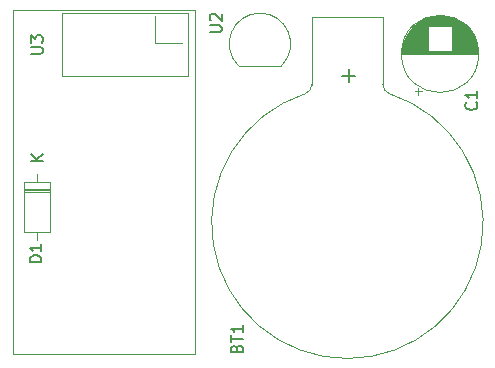
<source format=gto>
G04 #@! TF.GenerationSoftware,KiCad,Pcbnew,5.0.0*
G04 #@! TF.CreationDate,2018-09-22T16:21:52+03:00*
G04 #@! TF.ProjectId,hamster-attiny85,68616D737465722D617474696E793835,rev?*
G04 #@! TF.SameCoordinates,Original*
G04 #@! TF.FileFunction,Legend,Top*
G04 #@! TF.FilePolarity,Positive*
%FSLAX46Y46*%
G04 Gerber Fmt 4.6, Leading zero omitted, Abs format (unit mm)*
G04 Created by KiCad (PCBNEW 5.0.0) date Sat Sep 22 16:21:52 2018*
%MOMM*%
%LPD*%
G01*
G04 APERTURE LIST*
%ADD10C,0.120000*%
%ADD11C,0.150000*%
G04 APERTURE END LIST*
D10*
G04 #@! TO.C,C1*
X143170000Y-92000000D02*
G75*
G03X143170000Y-92000000I-3270000J0D01*
G01*
X136670000Y-92000000D02*
X143130000Y-92000000D01*
X136670000Y-91960000D02*
X143130000Y-91960000D01*
X136670000Y-91920000D02*
X143130000Y-91920000D01*
X136672000Y-91880000D02*
X143128000Y-91880000D01*
X136673000Y-91840000D02*
X143127000Y-91840000D01*
X136676000Y-91800000D02*
X143124000Y-91800000D01*
X136678000Y-91760000D02*
X138860000Y-91760000D01*
X140940000Y-91760000D02*
X143122000Y-91760000D01*
X136682000Y-91720000D02*
X138860000Y-91720000D01*
X140940000Y-91720000D02*
X143118000Y-91720000D01*
X136685000Y-91680000D02*
X138860000Y-91680000D01*
X140940000Y-91680000D02*
X143115000Y-91680000D01*
X136689000Y-91640000D02*
X138860000Y-91640000D01*
X140940000Y-91640000D02*
X143111000Y-91640000D01*
X136694000Y-91600000D02*
X138860000Y-91600000D01*
X140940000Y-91600000D02*
X143106000Y-91600000D01*
X136699000Y-91560000D02*
X138860000Y-91560000D01*
X140940000Y-91560000D02*
X143101000Y-91560000D01*
X136705000Y-91520000D02*
X138860000Y-91520000D01*
X140940000Y-91520000D02*
X143095000Y-91520000D01*
X136711000Y-91480000D02*
X138860000Y-91480000D01*
X140940000Y-91480000D02*
X143089000Y-91480000D01*
X136718000Y-91440000D02*
X138860000Y-91440000D01*
X140940000Y-91440000D02*
X143082000Y-91440000D01*
X136725000Y-91400000D02*
X138860000Y-91400000D01*
X140940000Y-91400000D02*
X143075000Y-91400000D01*
X136733000Y-91360000D02*
X138860000Y-91360000D01*
X140940000Y-91360000D02*
X143067000Y-91360000D01*
X136741000Y-91320000D02*
X138860000Y-91320000D01*
X140940000Y-91320000D02*
X143059000Y-91320000D01*
X136750000Y-91279000D02*
X138860000Y-91279000D01*
X140940000Y-91279000D02*
X143050000Y-91279000D01*
X136759000Y-91239000D02*
X138860000Y-91239000D01*
X140940000Y-91239000D02*
X143041000Y-91239000D01*
X136769000Y-91199000D02*
X138860000Y-91199000D01*
X140940000Y-91199000D02*
X143031000Y-91199000D01*
X136779000Y-91159000D02*
X138860000Y-91159000D01*
X140940000Y-91159000D02*
X143021000Y-91159000D01*
X136790000Y-91119000D02*
X138860000Y-91119000D01*
X140940000Y-91119000D02*
X143010000Y-91119000D01*
X136802000Y-91079000D02*
X138860000Y-91079000D01*
X140940000Y-91079000D02*
X142998000Y-91079000D01*
X136814000Y-91039000D02*
X138860000Y-91039000D01*
X140940000Y-91039000D02*
X142986000Y-91039000D01*
X136826000Y-90999000D02*
X138860000Y-90999000D01*
X140940000Y-90999000D02*
X142974000Y-90999000D01*
X136839000Y-90959000D02*
X138860000Y-90959000D01*
X140940000Y-90959000D02*
X142961000Y-90959000D01*
X136853000Y-90919000D02*
X138860000Y-90919000D01*
X140940000Y-90919000D02*
X142947000Y-90919000D01*
X136867000Y-90879000D02*
X138860000Y-90879000D01*
X140940000Y-90879000D02*
X142933000Y-90879000D01*
X136882000Y-90839000D02*
X138860000Y-90839000D01*
X140940000Y-90839000D02*
X142918000Y-90839000D01*
X136898000Y-90799000D02*
X138860000Y-90799000D01*
X140940000Y-90799000D02*
X142902000Y-90799000D01*
X136914000Y-90759000D02*
X138860000Y-90759000D01*
X140940000Y-90759000D02*
X142886000Y-90759000D01*
X136930000Y-90719000D02*
X138860000Y-90719000D01*
X140940000Y-90719000D02*
X142870000Y-90719000D01*
X136948000Y-90679000D02*
X138860000Y-90679000D01*
X140940000Y-90679000D02*
X142852000Y-90679000D01*
X136966000Y-90639000D02*
X138860000Y-90639000D01*
X140940000Y-90639000D02*
X142834000Y-90639000D01*
X136984000Y-90599000D02*
X138860000Y-90599000D01*
X140940000Y-90599000D02*
X142816000Y-90599000D01*
X137004000Y-90559000D02*
X138860000Y-90559000D01*
X140940000Y-90559000D02*
X142796000Y-90559000D01*
X137024000Y-90519000D02*
X138860000Y-90519000D01*
X140940000Y-90519000D02*
X142776000Y-90519000D01*
X137044000Y-90479000D02*
X138860000Y-90479000D01*
X140940000Y-90479000D02*
X142756000Y-90479000D01*
X137066000Y-90439000D02*
X138860000Y-90439000D01*
X140940000Y-90439000D02*
X142734000Y-90439000D01*
X137088000Y-90399000D02*
X138860000Y-90399000D01*
X140940000Y-90399000D02*
X142712000Y-90399000D01*
X137110000Y-90359000D02*
X138860000Y-90359000D01*
X140940000Y-90359000D02*
X142690000Y-90359000D01*
X137134000Y-90319000D02*
X138860000Y-90319000D01*
X140940000Y-90319000D02*
X142666000Y-90319000D01*
X137158000Y-90279000D02*
X138860000Y-90279000D01*
X140940000Y-90279000D02*
X142642000Y-90279000D01*
X137184000Y-90239000D02*
X138860000Y-90239000D01*
X140940000Y-90239000D02*
X142616000Y-90239000D01*
X137210000Y-90199000D02*
X138860000Y-90199000D01*
X140940000Y-90199000D02*
X142590000Y-90199000D01*
X137236000Y-90159000D02*
X138860000Y-90159000D01*
X140940000Y-90159000D02*
X142564000Y-90159000D01*
X137264000Y-90119000D02*
X138860000Y-90119000D01*
X140940000Y-90119000D02*
X142536000Y-90119000D01*
X137293000Y-90079000D02*
X138860000Y-90079000D01*
X140940000Y-90079000D02*
X142507000Y-90079000D01*
X137322000Y-90039000D02*
X138860000Y-90039000D01*
X140940000Y-90039000D02*
X142478000Y-90039000D01*
X137352000Y-89999000D02*
X138860000Y-89999000D01*
X140940000Y-89999000D02*
X142448000Y-89999000D01*
X137384000Y-89959000D02*
X138860000Y-89959000D01*
X140940000Y-89959000D02*
X142416000Y-89959000D01*
X137416000Y-89919000D02*
X138860000Y-89919000D01*
X140940000Y-89919000D02*
X142384000Y-89919000D01*
X137450000Y-89879000D02*
X138860000Y-89879000D01*
X140940000Y-89879000D02*
X142350000Y-89879000D01*
X137484000Y-89839000D02*
X138860000Y-89839000D01*
X140940000Y-89839000D02*
X142316000Y-89839000D01*
X137520000Y-89799000D02*
X138860000Y-89799000D01*
X140940000Y-89799000D02*
X142280000Y-89799000D01*
X137557000Y-89759000D02*
X138860000Y-89759000D01*
X140940000Y-89759000D02*
X142243000Y-89759000D01*
X137595000Y-89719000D02*
X138860000Y-89719000D01*
X140940000Y-89719000D02*
X142205000Y-89719000D01*
X137635000Y-89679000D02*
X142165000Y-89679000D01*
X137676000Y-89639000D02*
X142124000Y-89639000D01*
X137718000Y-89599000D02*
X142082000Y-89599000D01*
X137763000Y-89559000D02*
X142037000Y-89559000D01*
X137808000Y-89519000D02*
X141992000Y-89519000D01*
X137856000Y-89479000D02*
X141944000Y-89479000D01*
X137905000Y-89439000D02*
X141895000Y-89439000D01*
X137956000Y-89399000D02*
X141844000Y-89399000D01*
X138010000Y-89359000D02*
X141790000Y-89359000D01*
X138066000Y-89319000D02*
X141734000Y-89319000D01*
X138124000Y-89279000D02*
X141676000Y-89279000D01*
X138186000Y-89239000D02*
X141614000Y-89239000D01*
X138250000Y-89199000D02*
X141550000Y-89199000D01*
X138319000Y-89159000D02*
X141481000Y-89159000D01*
X138391000Y-89119000D02*
X141409000Y-89119000D01*
X138468000Y-89079000D02*
X141332000Y-89079000D01*
X138550000Y-89039000D02*
X141250000Y-89039000D01*
X138638000Y-88999000D02*
X141162000Y-88999000D01*
X138735000Y-88959000D02*
X141065000Y-88959000D01*
X138841000Y-88919000D02*
X140959000Y-88919000D01*
X138960000Y-88879000D02*
X140840000Y-88879000D01*
X139098000Y-88839000D02*
X140702000Y-88839000D01*
X139267000Y-88799000D02*
X140533000Y-88799000D01*
X139498000Y-88759000D02*
X140302000Y-88759000D01*
X138061000Y-95500241D02*
X138061000Y-94870241D01*
X137746000Y-95185241D02*
X138376000Y-95185241D01*
G04 #@! TO.C,BT1*
X132095281Y-117795671D02*
G75*
G02X128550000Y-95350000I-45281J11495671D01*
G01*
X128523616Y-95351754D02*
G75*
G03X129050000Y-94600000I-273616J751754D01*
G01*
X132004719Y-117795671D02*
G75*
G03X135550000Y-95350000I45281J11495671D01*
G01*
X135576384Y-95351754D02*
G75*
G02X135050000Y-94600000I273616J751754D01*
G01*
X135050000Y-88900000D02*
X135050000Y-94600000D01*
X129050000Y-88900000D02*
X135050000Y-88900000D01*
X129050000Y-88900000D02*
X129050000Y-94600000D01*
G04 #@! TO.C,D1*
X106870000Y-102840000D02*
X104630000Y-102840000D01*
X104630000Y-102840000D02*
X104630000Y-107080000D01*
X104630000Y-107080000D02*
X106870000Y-107080000D01*
X106870000Y-107080000D02*
X106870000Y-102840000D01*
X105750000Y-102190000D02*
X105750000Y-102840000D01*
X105750000Y-107730000D02*
X105750000Y-107080000D01*
X106870000Y-103560000D02*
X104630000Y-103560000D01*
X106870000Y-103680000D02*
X104630000Y-103680000D01*
X106870000Y-103440000D02*
X104630000Y-103440000D01*
G04 #@! TO.C,U2*
X122850000Y-93000000D02*
X126450000Y-93000000D01*
X122811522Y-92988478D02*
G75*
G02X124650000Y-88550000I1838478J1838478D01*
G01*
X126488478Y-92988478D02*
G75*
G03X124650000Y-88550000I-1838478J1838478D01*
G01*
G04 #@! TO.C,U3*
X118574000Y-88580000D02*
X118574000Y-93914000D01*
X118574000Y-93914000D02*
X107906000Y-93914000D01*
X107906000Y-93914000D02*
X107906000Y-88580000D01*
X107906000Y-88580000D02*
X107906000Y-88580000D01*
X118066000Y-91120000D02*
X115780000Y-91120000D01*
X115780000Y-91120000D02*
X115780000Y-88834000D01*
X115780000Y-88834000D02*
X115780000Y-88834000D01*
X119150000Y-88250000D02*
X119150000Y-117450000D01*
X119150000Y-117450000D02*
X103700000Y-117450000D01*
X103700000Y-117450000D02*
X103700000Y-88250000D01*
X103700000Y-88250000D02*
X119150000Y-88250000D01*
X119150000Y-88250000D02*
X119150000Y-88250000D01*
X107906000Y-88580000D02*
X118574000Y-88580000D01*
X118574000Y-88580000D02*
X118574000Y-88580000D01*
G04 #@! TO.C,C1*
D11*
X142957142Y-96116666D02*
X143004761Y-96164285D01*
X143052380Y-96307142D01*
X143052380Y-96402380D01*
X143004761Y-96545238D01*
X142909523Y-96640476D01*
X142814285Y-96688095D01*
X142623809Y-96735714D01*
X142480952Y-96735714D01*
X142290476Y-96688095D01*
X142195238Y-96640476D01*
X142100000Y-96545238D01*
X142052380Y-96402380D01*
X142052380Y-96307142D01*
X142100000Y-96164285D01*
X142147619Y-96116666D01*
X143052380Y-95164285D02*
X143052380Y-95735714D01*
X143052380Y-95450000D02*
X142052380Y-95450000D01*
X142195238Y-95545238D01*
X142290476Y-95640476D01*
X142338095Y-95735714D01*
G04 #@! TO.C,BT1*
X122678571Y-116935714D02*
X122726190Y-116792857D01*
X122773809Y-116745238D01*
X122869047Y-116697619D01*
X123011904Y-116697619D01*
X123107142Y-116745238D01*
X123154761Y-116792857D01*
X123202380Y-116888095D01*
X123202380Y-117269047D01*
X122202380Y-117269047D01*
X122202380Y-116935714D01*
X122250000Y-116840476D01*
X122297619Y-116792857D01*
X122392857Y-116745238D01*
X122488095Y-116745238D01*
X122583333Y-116792857D01*
X122630952Y-116840476D01*
X122678571Y-116935714D01*
X122678571Y-117269047D01*
X122202380Y-116411904D02*
X122202380Y-115840476D01*
X123202380Y-116126190D02*
X122202380Y-116126190D01*
X123202380Y-114983333D02*
X123202380Y-115554761D01*
X123202380Y-115269047D02*
X122202380Y-115269047D01*
X122345238Y-115364285D01*
X122440476Y-115459523D01*
X122488095Y-115554761D01*
X132157142Y-94421428D02*
X132157142Y-93278571D01*
X132728571Y-93850000D02*
X131585714Y-93850000D01*
G04 #@! TO.C,D1*
X106152380Y-109638095D02*
X105152380Y-109638095D01*
X105152380Y-109400000D01*
X105200000Y-109257142D01*
X105295238Y-109161904D01*
X105390476Y-109114285D01*
X105580952Y-109066666D01*
X105723809Y-109066666D01*
X105914285Y-109114285D01*
X106009523Y-109161904D01*
X106104761Y-109257142D01*
X106152380Y-109400000D01*
X106152380Y-109638095D01*
X106152380Y-108114285D02*
X106152380Y-108685714D01*
X106152380Y-108400000D02*
X105152380Y-108400000D01*
X105295238Y-108495238D01*
X105390476Y-108590476D01*
X105438095Y-108685714D01*
X106302380Y-101061904D02*
X105302380Y-101061904D01*
X106302380Y-100490476D02*
X105730952Y-100919047D01*
X105302380Y-100490476D02*
X105873809Y-101061904D01*
G04 #@! TO.C,U2*
X120402380Y-90161904D02*
X121211904Y-90161904D01*
X121307142Y-90114285D01*
X121354761Y-90066666D01*
X121402380Y-89971428D01*
X121402380Y-89780952D01*
X121354761Y-89685714D01*
X121307142Y-89638095D01*
X121211904Y-89590476D01*
X120402380Y-89590476D01*
X120497619Y-89161904D02*
X120450000Y-89114285D01*
X120402380Y-89019047D01*
X120402380Y-88780952D01*
X120450000Y-88685714D01*
X120497619Y-88638095D01*
X120592857Y-88590476D01*
X120688095Y-88590476D01*
X120830952Y-88638095D01*
X121402380Y-89209523D01*
X121402380Y-88590476D01*
G04 #@! TO.C,U3*
X105252380Y-92011904D02*
X106061904Y-92011904D01*
X106157142Y-91964285D01*
X106204761Y-91916666D01*
X106252380Y-91821428D01*
X106252380Y-91630952D01*
X106204761Y-91535714D01*
X106157142Y-91488095D01*
X106061904Y-91440476D01*
X105252380Y-91440476D01*
X105252380Y-91059523D02*
X105252380Y-90440476D01*
X105633333Y-90773809D01*
X105633333Y-90630952D01*
X105680952Y-90535714D01*
X105728571Y-90488095D01*
X105823809Y-90440476D01*
X106061904Y-90440476D01*
X106157142Y-90488095D01*
X106204761Y-90535714D01*
X106252380Y-90630952D01*
X106252380Y-90916666D01*
X106204761Y-91011904D01*
X106157142Y-91059523D01*
G04 #@! TD*
M02*

</source>
